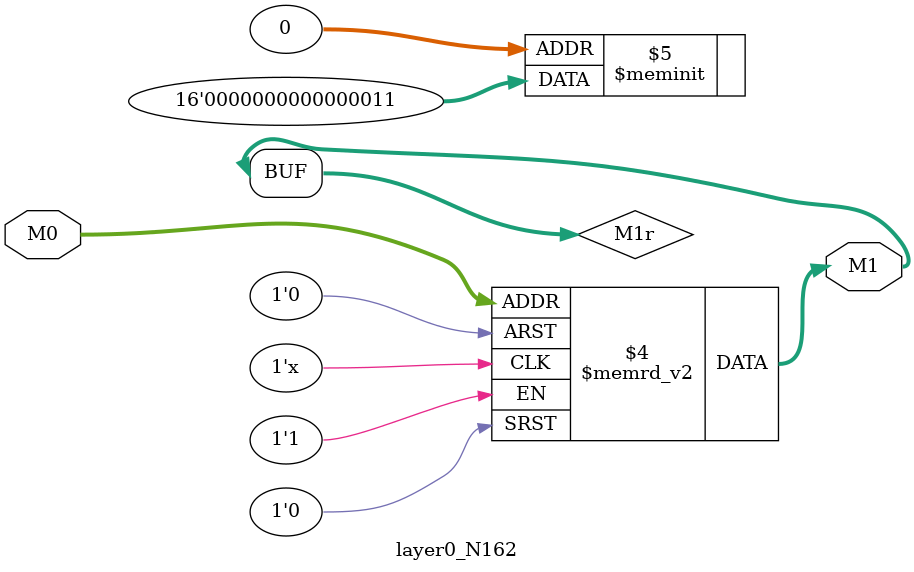
<source format=v>
module layer0_N162 ( input [2:0] M0, output [1:0] M1 );

	(*rom_style = "distributed" *) reg [1:0] M1r;
	assign M1 = M1r;
	always @ (M0) begin
		case (M0)
			3'b000: M1r = 2'b11;
			3'b100: M1r = 2'b00;
			3'b010: M1r = 2'b00;
			3'b110: M1r = 2'b00;
			3'b001: M1r = 2'b00;
			3'b101: M1r = 2'b00;
			3'b011: M1r = 2'b00;
			3'b111: M1r = 2'b00;

		endcase
	end
endmodule

</source>
